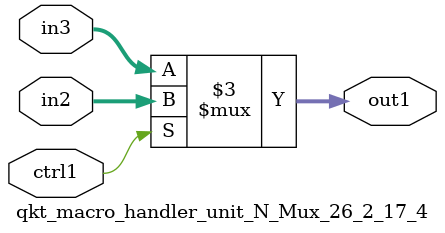
<source format=v>

`timescale 1ps / 1ps


module qkt_macro_handler_unit_N_Mux_26_2_17_4( in3, in2, ctrl1, out1 );

    input [25:0] in3;
    input [25:0] in2;
    input ctrl1;
    output [25:0] out1;
    reg [25:0] out1;

    
    // rtl_process:qkt_macro_handler_unit_N_Mux_26_2_17_4/qkt_macro_handler_unit_N_Mux_26_2_17_4_thread_1
    always @*
      begin : qkt_macro_handler_unit_N_Mux_26_2_17_4_thread_1
        case (ctrl1) 
          1'b1: 
            begin
              out1 = in2;
            end
          default: 
            begin
              out1 = in3;
            end
        endcase
      end

endmodule



</source>
